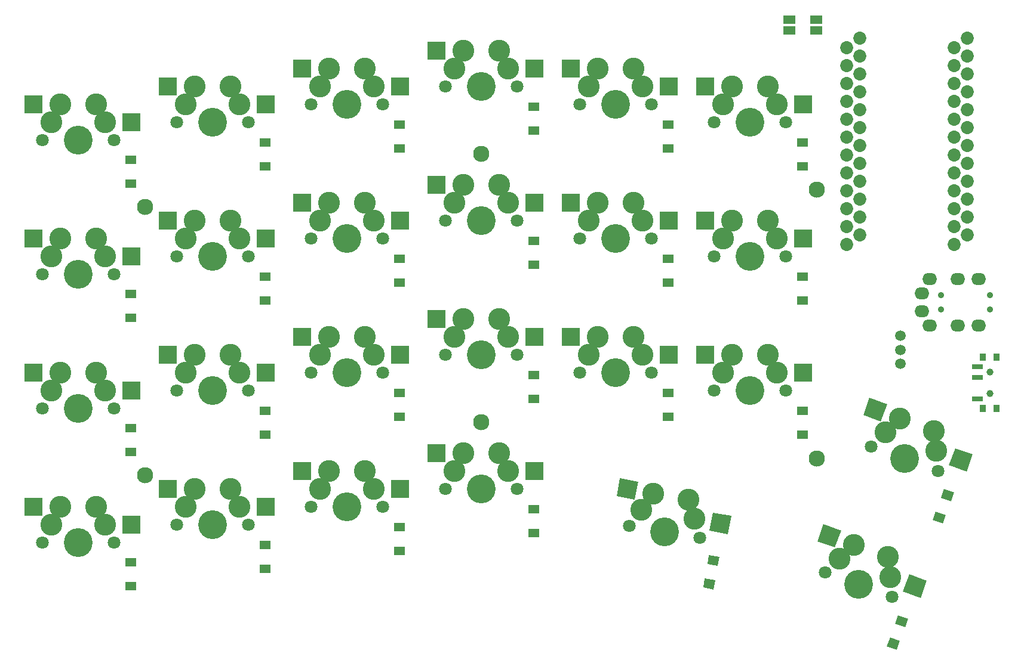
<source format=gbr>
%TF.GenerationSoftware,KiCad,Pcbnew,5.1.6-c6e7f7d~87~ubuntu20.04.1*%
%TF.CreationDate,2020-09-01T21:04:00-05:00*%
%TF.ProjectId,keaboard_rev1,6b656162-6f61-4726-945f-726576312e6b,rev?*%
%TF.SameCoordinates,Original*%
%TF.FileFunction,Soldermask,Top*%
%TF.FilePolarity,Negative*%
%FSLAX46Y46*%
G04 Gerber Fmt 4.6, Leading zero omitted, Abs format (unit mm)*
G04 Created by KiCad (PCBNEW 5.1.6-c6e7f7d~87~ubuntu20.04.1) date 2020-09-01 21:04:00*
%MOMM*%
%LPD*%
G01*
G04 APERTURE LIST*
%ADD10C,2.300000*%
%ADD11R,2.650000X2.600000*%
%ADD12C,3.100000*%
%ADD13C,4.087800*%
%ADD14C,1.801800*%
%ADD15C,0.100000*%
%ADD16R,1.500000X1.300000*%
%ADD17O,2.100000X1.700000*%
%ADD18C,0.900000*%
%ADD19C,1.497000*%
%ADD20C,1.852600*%
%ADD21C,1.000000*%
%ADD22R,1.750000X1.150000*%
%ADD23R,0.900000X1.100000*%
%ADD24R,1.600000X0.800000*%
G04 APERTURE END LIST*
D10*
%TO.C,REF\u002A\u002A*%
X145552000Y-82169000D03*
%TD*%
%TO.C,REF\u002A\u002A*%
X145552000Y-120396000D03*
%TD*%
%TO.C,REF\u002A\u002A*%
X97917000Y-77089000D03*
%TD*%
%TO.C,REF\u002A\u002A*%
X97917000Y-115189000D03*
%TD*%
%TO.C,REF\u002A\u002A*%
X50302000Y-122769000D03*
%TD*%
%TO.C,REF\u002A\u002A*%
X50292000Y-84669000D03*
%TD*%
D11*
%TO.C,K17*%
X110677000Y-65024000D03*
D12*
X114427000Y-65024000D03*
X120777000Y-67564000D03*
D13*
X116967000Y-70104000D03*
D14*
X111887000Y-70104000D03*
X122047000Y-70104000D03*
D11*
X124527000Y-67564000D03*
D12*
X119497000Y-65024000D03*
X113147000Y-67564000D03*
%TD*%
D15*
%TO.C,D25*%
G36*
X156856022Y-147519270D02*
G01*
X155446483Y-147006240D01*
X155891110Y-145784640D01*
X157300649Y-146297670D01*
X156856022Y-147519270D01*
G37*
G36*
X158018890Y-144324316D02*
G01*
X156609351Y-143811286D01*
X157053978Y-142589686D01*
X158463517Y-143102716D01*
X158018890Y-144324316D01*
G37*
%TD*%
%TO.C,D24*%
G36*
X163371505Y-129618125D02*
G01*
X161961966Y-129105095D01*
X162406593Y-127883495D01*
X163816132Y-128396525D01*
X163371505Y-129618125D01*
G37*
G36*
X164534373Y-126423171D02*
G01*
X163124834Y-125910141D01*
X163569461Y-124688541D01*
X164979000Y-125201571D01*
X164534373Y-126423171D01*
G37*
%TD*%
D16*
%TO.C,D23*%
X143517000Y-116944000D03*
X143517000Y-113544000D03*
%TD*%
%TO.C,D22*%
X143517000Y-97894000D03*
X143517000Y-94494000D03*
%TD*%
%TO.C,D21*%
X143517000Y-78844000D03*
X143517000Y-75444000D03*
%TD*%
D15*
%TO.C,D20*%
G36*
X130891742Y-138944306D02*
G01*
X129414531Y-138683834D01*
X129640274Y-137403584D01*
X131117485Y-137664056D01*
X130891742Y-138944306D01*
G37*
G36*
X131482146Y-135595960D02*
G01*
X130004935Y-135335488D01*
X130230678Y-134055238D01*
X131707889Y-134315710D01*
X131482146Y-135595960D01*
G37*
%TD*%
D16*
%TO.C,D19*%
X124467000Y-114404000D03*
X124467000Y-111004000D03*
%TD*%
%TO.C,D18*%
X124467000Y-95354000D03*
X124467000Y-91954000D03*
%TD*%
%TO.C,D17*%
X124467000Y-76304000D03*
X124467000Y-72904000D03*
%TD*%
%TO.C,D16*%
X105417000Y-130914000D03*
X105417000Y-127514000D03*
%TD*%
%TO.C,D15*%
X105417000Y-111864000D03*
X105417000Y-108464000D03*
%TD*%
%TO.C,D14*%
X105417000Y-92814000D03*
X105417000Y-89414000D03*
%TD*%
%TO.C,D13*%
X105417000Y-73764000D03*
X105417000Y-70364000D03*
%TD*%
%TO.C,D12*%
X86367000Y-133454000D03*
X86367000Y-130054000D03*
%TD*%
%TO.C,D11*%
X86367000Y-114404000D03*
X86367000Y-111004000D03*
%TD*%
%TO.C,D10*%
X86367000Y-95354000D03*
X86367000Y-91954000D03*
%TD*%
%TO.C,D09*%
X86367000Y-76304000D03*
X86367000Y-72904000D03*
%TD*%
%TO.C,D08*%
X67317000Y-135994000D03*
X67317000Y-132594000D03*
%TD*%
%TO.C,D07*%
X67317000Y-116944000D03*
X67317000Y-113544000D03*
%TD*%
%TO.C,D06*%
X67317000Y-97894000D03*
X67317000Y-94494000D03*
%TD*%
%TO.C,D05*%
X67317000Y-78844000D03*
X67317000Y-75444000D03*
%TD*%
%TO.C,D04*%
X48267000Y-138494000D03*
X48267000Y-135094000D03*
%TD*%
%TO.C,D03*%
X48267000Y-119444000D03*
X48267000Y-116044000D03*
%TD*%
%TO.C,D02*%
X48267000Y-100394000D03*
X48267000Y-96994000D03*
%TD*%
%TO.C,D01*%
X48267000Y-77944000D03*
X48267000Y-81344000D03*
%TD*%
D17*
%TO.C,TRRS1*%
X165504000Y-94853000D03*
D18*
X170104000Y-97153000D03*
D17*
X160404000Y-99453000D03*
D18*
X163104000Y-97153000D03*
D17*
X168504000Y-94853000D03*
X161504000Y-94853000D03*
X165504000Y-101503000D03*
D18*
X170104000Y-99203000D03*
X163104000Y-99203000D03*
D17*
X168504000Y-101503000D03*
X161504000Y-101503000D03*
X160404000Y-96903000D03*
%TD*%
D11*
%TO.C,K05*%
X53527000Y-67564000D03*
D12*
X57277000Y-67564000D03*
X63627000Y-70104000D03*
D13*
X59817000Y-72644000D03*
D14*
X54737000Y-72644000D03*
X64897000Y-72644000D03*
D11*
X67377000Y-70104000D03*
D12*
X62347000Y-67564000D03*
X55997000Y-70104000D03*
%TD*%
D11*
%TO.C,K01*%
X34477000Y-70064000D03*
D12*
X38227000Y-70064000D03*
X44577000Y-72604000D03*
D13*
X40767000Y-75144000D03*
D14*
X35687000Y-75144000D03*
X45847000Y-75144000D03*
D11*
X48327000Y-72604000D03*
D12*
X43297000Y-70064000D03*
X36947000Y-72604000D03*
%TD*%
D15*
%TO.C,K25*%
G36*
X148962911Y-130567341D02*
G01*
X148073659Y-133010542D01*
X145583473Y-132104189D01*
X146472725Y-129660988D01*
X148962911Y-130567341D01*
G37*
D12*
X150797039Y-132618340D03*
X155895356Y-137176987D03*
D13*
X151446396Y-138260710D03*
D14*
X146672757Y-136523248D03*
X156220035Y-139998172D03*
D15*
G36*
X161108922Y-137691139D02*
G01*
X160219670Y-140134340D01*
X157729484Y-139227987D01*
X158618736Y-136784786D01*
X161108922Y-137691139D01*
G37*
D12*
X155561281Y-134352382D03*
X148725501Y-134567374D03*
%TD*%
D15*
%TO.C,K24*%
G36*
X155478394Y-112666197D02*
G01*
X154589142Y-115109398D01*
X152098956Y-114203045D01*
X152988208Y-111759844D01*
X155478394Y-112666197D01*
G37*
D12*
X157312522Y-114717196D03*
X162410839Y-119275843D03*
D13*
X157961879Y-120359566D03*
D14*
X153188240Y-118622104D03*
X162735518Y-122097028D03*
D15*
G36*
X167624405Y-119789995D02*
G01*
X166735153Y-122233196D01*
X164244967Y-121326843D01*
X165134219Y-118883642D01*
X167624405Y-119789995D01*
G37*
D12*
X162076764Y-116451238D03*
X155240984Y-116666230D03*
%TD*%
D11*
%TO.C,K23*%
X129727000Y-105664000D03*
D12*
X133477000Y-105664000D03*
X139827000Y-108204000D03*
D13*
X136017000Y-110744000D03*
D14*
X130937000Y-110744000D03*
X141097000Y-110744000D03*
D11*
X143577000Y-108204000D03*
D12*
X138547000Y-105664000D03*
X132197000Y-108204000D03*
%TD*%
D11*
%TO.C,K22*%
X129727000Y-86614000D03*
D12*
X133477000Y-86614000D03*
X139827000Y-89154000D03*
D13*
X136017000Y-91694000D03*
D14*
X130937000Y-91694000D03*
X141097000Y-91694000D03*
D11*
X143577000Y-89154000D03*
D12*
X138547000Y-86614000D03*
X132197000Y-89154000D03*
%TD*%
D11*
%TO.C,K21*%
X129727000Y-67564000D03*
D12*
X133477000Y-67564000D03*
X139827000Y-70104000D03*
D13*
X136017000Y-72644000D03*
D14*
X130937000Y-72644000D03*
X141097000Y-72644000D03*
D11*
X143577000Y-70104000D03*
D12*
X138547000Y-67564000D03*
X132197000Y-70104000D03*
%TD*%
D15*
%TO.C,K20*%
G36*
X120174874Y-123620539D02*
G01*
X119723389Y-126181039D01*
X117113648Y-125720871D01*
X117565133Y-123160371D01*
X120174874Y-123620539D01*
G37*
D12*
X122337290Y-125321885D03*
X128149753Y-128925963D03*
D13*
X123956569Y-130765775D03*
D14*
X118953746Y-129883642D03*
X128959392Y-131647908D03*
D15*
G36*
X133373395Y-128526978D02*
G01*
X132921910Y-131087478D01*
X130312169Y-130627310D01*
X130763654Y-128066810D01*
X133373395Y-128526978D01*
G37*
D12*
X127330265Y-126202282D03*
X120635670Y-127601027D03*
%TD*%
D11*
%TO.C,K19*%
X110677000Y-103124000D03*
D12*
X114427000Y-103124000D03*
X120777000Y-105664000D03*
D13*
X116967000Y-108204000D03*
D14*
X111887000Y-108204000D03*
X122047000Y-108204000D03*
D11*
X124527000Y-105664000D03*
D12*
X119497000Y-103124000D03*
X113147000Y-105664000D03*
%TD*%
D11*
%TO.C,K18*%
X110677000Y-84074000D03*
D12*
X114427000Y-84074000D03*
X120777000Y-86614000D03*
D13*
X116967000Y-89154000D03*
D14*
X111887000Y-89154000D03*
X122047000Y-89154000D03*
D11*
X124527000Y-86614000D03*
D12*
X119497000Y-84074000D03*
X113147000Y-86614000D03*
%TD*%
D11*
%TO.C,K16*%
X91627000Y-119634000D03*
D12*
X95377000Y-119634000D03*
X101727000Y-122174000D03*
D13*
X97917000Y-124714000D03*
D14*
X92837000Y-124714000D03*
X102997000Y-124714000D03*
D11*
X105477000Y-122174000D03*
D12*
X100447000Y-119634000D03*
X94097000Y-122174000D03*
%TD*%
D11*
%TO.C,K15*%
X91627000Y-100584000D03*
D12*
X95377000Y-100584000D03*
X101727000Y-103124000D03*
D13*
X97917000Y-105664000D03*
D14*
X92837000Y-105664000D03*
X102997000Y-105664000D03*
D11*
X105477000Y-103124000D03*
D12*
X100447000Y-100584000D03*
X94097000Y-103124000D03*
%TD*%
D11*
%TO.C,K14*%
X91627000Y-81534000D03*
D12*
X95377000Y-81534000D03*
X101727000Y-84074000D03*
D13*
X97917000Y-86614000D03*
D14*
X92837000Y-86614000D03*
X102997000Y-86614000D03*
D11*
X105477000Y-84074000D03*
D12*
X100447000Y-81534000D03*
X94097000Y-84074000D03*
%TD*%
D11*
%TO.C,K13*%
X91627000Y-62484000D03*
D12*
X95377000Y-62484000D03*
X101727000Y-65024000D03*
D13*
X97917000Y-67564000D03*
D14*
X92837000Y-67564000D03*
X102997000Y-67564000D03*
D11*
X105477000Y-65024000D03*
D12*
X100447000Y-62484000D03*
X94097000Y-65024000D03*
%TD*%
D11*
%TO.C,K12*%
X72577000Y-122174000D03*
D12*
X76327000Y-122174000D03*
X82677000Y-124714000D03*
D13*
X78867000Y-127254000D03*
D14*
X73787000Y-127254000D03*
X83947000Y-127254000D03*
D11*
X86427000Y-124714000D03*
D12*
X81397000Y-122174000D03*
X75047000Y-124714000D03*
%TD*%
D11*
%TO.C,K11*%
X72577000Y-103124000D03*
D12*
X76327000Y-103124000D03*
X82677000Y-105664000D03*
D13*
X78867000Y-108204000D03*
D14*
X73787000Y-108204000D03*
X83947000Y-108204000D03*
D11*
X86427000Y-105664000D03*
D12*
X81397000Y-103124000D03*
X75047000Y-105664000D03*
%TD*%
D11*
%TO.C,K10*%
X72577000Y-84074000D03*
D12*
X76327000Y-84074000D03*
X82677000Y-86614000D03*
D13*
X78867000Y-89154000D03*
D14*
X73787000Y-89154000D03*
X83947000Y-89154000D03*
D11*
X86427000Y-86614000D03*
D12*
X81397000Y-84074000D03*
X75047000Y-86614000D03*
%TD*%
D11*
%TO.C,K09*%
X72577000Y-65024000D03*
D12*
X76327000Y-65024000D03*
X82677000Y-67564000D03*
D13*
X78867000Y-70104000D03*
D14*
X73787000Y-70104000D03*
X83947000Y-70104000D03*
D11*
X86427000Y-67564000D03*
D12*
X81397000Y-65024000D03*
X75047000Y-67564000D03*
%TD*%
D11*
%TO.C,K08*%
X53527000Y-124714000D03*
D12*
X57277000Y-124714000D03*
X63627000Y-127254000D03*
D13*
X59817000Y-129794000D03*
D14*
X54737000Y-129794000D03*
X64897000Y-129794000D03*
D11*
X67377000Y-127254000D03*
D12*
X62347000Y-124714000D03*
X55997000Y-127254000D03*
%TD*%
D11*
%TO.C,K07*%
X53527000Y-105664000D03*
D12*
X57277000Y-105664000D03*
X63627000Y-108204000D03*
D13*
X59817000Y-110744000D03*
D14*
X54737000Y-110744000D03*
X64897000Y-110744000D03*
D11*
X67377000Y-108204000D03*
D12*
X62347000Y-105664000D03*
X55997000Y-108204000D03*
%TD*%
D11*
%TO.C,K06*%
X53527000Y-86614000D03*
D12*
X57277000Y-86614000D03*
X63627000Y-89154000D03*
D13*
X59817000Y-91694000D03*
D14*
X54737000Y-91694000D03*
X64897000Y-91694000D03*
D11*
X67377000Y-89154000D03*
D12*
X62347000Y-86614000D03*
X55997000Y-89154000D03*
%TD*%
D11*
%TO.C,K04*%
X34477000Y-127214000D03*
D12*
X38227000Y-127214000D03*
X44577000Y-129754000D03*
D13*
X40767000Y-132294000D03*
D14*
X35687000Y-132294000D03*
X45847000Y-132294000D03*
D11*
X48327000Y-129754000D03*
D12*
X43297000Y-127214000D03*
X36947000Y-129754000D03*
%TD*%
D11*
%TO.C,K03*%
X34477000Y-108164000D03*
D12*
X38227000Y-108164000D03*
X44577000Y-110704000D03*
D13*
X40767000Y-113244000D03*
D14*
X35687000Y-113244000D03*
X45847000Y-113244000D03*
D11*
X48327000Y-110704000D03*
D12*
X43297000Y-108164000D03*
X36947000Y-110704000D03*
%TD*%
D11*
%TO.C,K02*%
X34477000Y-89114000D03*
D12*
X38227000Y-89114000D03*
X44577000Y-91654000D03*
D13*
X40767000Y-94194000D03*
D14*
X35687000Y-94194000D03*
X45847000Y-94194000D03*
D11*
X48327000Y-91654000D03*
D12*
X43297000Y-89114000D03*
X36947000Y-91654000D03*
%TD*%
D19*
%TO.C,BAT1*%
X157353000Y-102933999D03*
X157353000Y-104934000D03*
X157353000Y-106934001D03*
%TD*%
D20*
%TO.C,U1*%
X166878000Y-60706000D03*
X151638000Y-88646000D03*
X166878000Y-63246000D03*
X166878000Y-65786000D03*
X166878000Y-68326000D03*
X166878000Y-70866000D03*
X166878000Y-73406000D03*
X166878000Y-75946000D03*
X166878000Y-78486000D03*
X166878000Y-81026000D03*
X166878000Y-83566000D03*
X166878000Y-86106000D03*
X166878000Y-88646000D03*
X151638000Y-86106000D03*
X151638000Y-83566000D03*
X151638000Y-81026000D03*
X151638000Y-78486000D03*
X151638000Y-75946000D03*
X151638000Y-73406000D03*
X151638000Y-70866000D03*
X151638000Y-68326000D03*
X151638000Y-65786000D03*
X151638000Y-63246000D03*
X151638000Y-60706000D03*
X164978000Y-79766000D03*
X164978000Y-82306000D03*
X164978000Y-77226000D03*
X164978000Y-61986000D03*
X164978000Y-74686000D03*
X164978000Y-87386000D03*
X164978000Y-84846000D03*
X149738000Y-82306000D03*
X149738000Y-79766000D03*
X149738000Y-77226000D03*
X149738000Y-89926000D03*
X149738000Y-87386000D03*
X149738000Y-84846000D03*
X164978000Y-69606000D03*
X164978000Y-72146000D03*
X164978000Y-67066000D03*
X149738000Y-61986000D03*
X164978000Y-89926000D03*
X149738000Y-64526000D03*
X149738000Y-67066000D03*
X149738000Y-69606000D03*
X149738000Y-74686000D03*
X149738000Y-72146000D03*
X164978000Y-64526000D03*
%TD*%
D21*
%TO.C,SW_RST1*%
X141485000Y-58001000D03*
X145535000Y-58001000D03*
D22*
X141585000Y-58076000D03*
X145435000Y-58076000D03*
X141585000Y-59526000D03*
X145435000Y-59526000D03*
%TD*%
D23*
%TO.C,SW_PWR1*%
X169088000Y-105951000D03*
X169088000Y-113251000D03*
X171018000Y-105951000D03*
X171018000Y-113251000D03*
D24*
X168303000Y-107351000D03*
X168303000Y-111851000D03*
X168303000Y-108851000D03*
D21*
X170053000Y-108101000D03*
X170053000Y-111101000D03*
%TD*%
M02*

</source>
